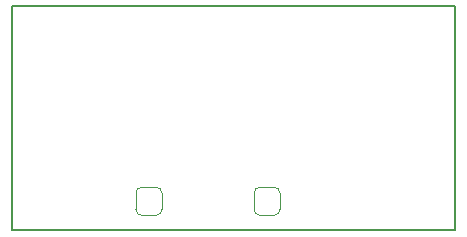
<source format=gbr>
%TF.GenerationSoftware,KiCad,Pcbnew,6.0.11+dfsg-1~bpo11+1*%
%TF.CreationDate,2023-06-07T12:40:51+00:00*%
%TF.ProjectId,TFRPM01,54465250-4d30-4312-9e6b-696361645f70,rev?*%
%TF.SameCoordinates,PX7e721e0PY7e33658*%
%TF.FileFunction,Profile,NP*%
%FSLAX46Y46*%
G04 Gerber Fmt 4.6, Leading zero omitted, Abs format (unit mm)*
G04 Created by KiCad (PCBNEW 6.0.11+dfsg-1~bpo11+1) date 2023-06-07 12:40:51*
%MOMM*%
%LPD*%
G01*
G04 APERTURE LIST*
%TA.AperFunction,Profile*%
%ADD10C,0.150000*%
%TD*%
%TA.AperFunction,Profile*%
%ADD11C,0.050000*%
%TD*%
G04 APERTURE END LIST*
D10*
X15910000Y9525000D02*
X15910000Y-9475000D01*
X-21590000Y-9475000D02*
X-21590000Y9525000D01*
X-21590000Y-9475000D02*
X15910000Y-9475000D01*
X-21590000Y9525000D02*
X15910000Y9525000D01*
D11*
%TO.C,D2*%
X1100000Y-6300000D02*
X1100000Y-7700000D01*
X-600000Y-8200000D02*
X600000Y-8200000D01*
X-600000Y-5800000D02*
X600000Y-5800000D01*
X-1100000Y-6300000D02*
X-1100000Y-7700000D01*
X-1100000Y-7700000D02*
G75*
G03*
X-600000Y-8200000I500001J1D01*
G01*
X600000Y-8200000D02*
G75*
G03*
X1100000Y-7700000I0J500000D01*
G01*
X1100000Y-6300000D02*
G75*
G03*
X600000Y-5800000I-500000J0D01*
G01*
X-600000Y-5800000D02*
G75*
G03*
X-1100000Y-6300000I1J-500001D01*
G01*
%TO.C,D3*%
X-10600000Y-5800000D02*
X-9400000Y-5800000D01*
X-11100000Y-6300000D02*
X-11100000Y-7700000D01*
X-10600000Y-8200000D02*
X-9400000Y-8200000D01*
X-8900000Y-6300000D02*
X-8900000Y-7700000D01*
X-9400000Y-8200000D02*
G75*
G03*
X-8900000Y-7700000I0J500000D01*
G01*
X-8900000Y-6300000D02*
G75*
G03*
X-9400000Y-5800000I-500000J0D01*
G01*
X-10600000Y-5800000D02*
G75*
G03*
X-11100000Y-6300000I1J-500001D01*
G01*
X-11100000Y-7700000D02*
G75*
G03*
X-10600000Y-8200000I500001J1D01*
G01*
%TD*%
M02*

</source>
